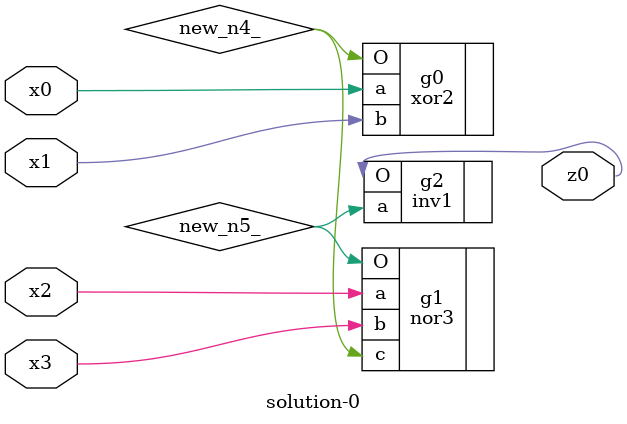
<source format=v>
module \solution-0 (
  x0, x1, x2, x3,
  z0 );
  input x0, x1, x2, x3;
  output z0;
  wire new_n4_, new_n5_;
  xor2  g0(.a(x0), .b(x1), .O(new_n4_));
  nor3  g1(.a(x2), .b(x3), .c(new_n4_), .O(new_n5_));
  inv1  g2(.a(new_n5_), .O(z0));
endmodule

</source>
